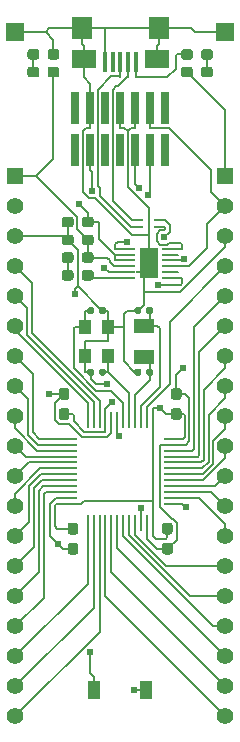
<source format=gtl>
G04 #@! TF.GenerationSoftware,KiCad,Pcbnew,(5.1.9-0-10_14)*
G04 #@! TF.CreationDate,2021-07-10T20:46:14+09:00*
G04 #@! TF.ProjectId,EB-STM32L4P5CG,45422d53-544d-4333-924c-34503543472e,V1.0*
G04 #@! TF.SameCoordinates,Original*
G04 #@! TF.FileFunction,Copper,L1,Top*
G04 #@! TF.FilePolarity,Positive*
%FSLAX46Y46*%
G04 Gerber Fmt 4.6, Leading zero omitted, Abs format (unit mm)*
G04 Created by KiCad (PCBNEW (5.1.9-0-10_14)) date 2021-07-10 20:46:14*
%MOMM*%
%LPD*%
G01*
G04 APERTURE LIST*
G04 #@! TA.AperFunction,SMDPad,CuDef*
%ADD10R,1.100000X1.250000*%
G04 #@! TD*
G04 #@! TA.AperFunction,SMDPad,CuDef*
%ADD11R,1.800000X1.200000*%
G04 #@! TD*
G04 #@! TA.AperFunction,SMDPad,CuDef*
%ADD12R,0.150000X1.400000*%
G04 #@! TD*
G04 #@! TA.AperFunction,SMDPad,CuDef*
%ADD13R,1.400000X0.150000*%
G04 #@! TD*
G04 #@! TA.AperFunction,SMDPad,CuDef*
%ADD14R,1.500000X2.500000*%
G04 #@! TD*
G04 #@! TA.AperFunction,SMDPad,CuDef*
%ADD15R,0.350000X0.150000*%
G04 #@! TD*
G04 #@! TA.AperFunction,SMDPad,CuDef*
%ADD16R,0.675000X0.200000*%
G04 #@! TD*
G04 #@! TA.AperFunction,SMDPad,CuDef*
%ADD17R,0.200000X0.700000*%
G04 #@! TD*
G04 #@! TA.AperFunction,ComponentPad*
%ADD18R,1.600000X1.600000*%
G04 #@! TD*
G04 #@! TA.AperFunction,SMDPad,CuDef*
%ADD19R,1.000000X1.600000*%
G04 #@! TD*
G04 #@! TA.AperFunction,ComponentPad*
%ADD20C,1.400000*%
G04 #@! TD*
G04 #@! TA.AperFunction,ComponentPad*
%ADD21R,1.400000X1.400000*%
G04 #@! TD*
G04 #@! TA.AperFunction,SMDPad,CuDef*
%ADD22R,0.650000X2.770000*%
G04 #@! TD*
G04 #@! TA.AperFunction,ComponentPad*
%ADD23R,1.800000X1.900000*%
G04 #@! TD*
G04 #@! TA.AperFunction,SMDPad,CuDef*
%ADD24R,2.100000X1.600000*%
G04 #@! TD*
G04 #@! TA.AperFunction,SMDPad,CuDef*
%ADD25R,0.300000X1.750000*%
G04 #@! TD*
G04 #@! TA.AperFunction,ViaPad*
%ADD26C,0.609600*%
G04 #@! TD*
G04 #@! TA.AperFunction,Conductor*
%ADD27C,0.203200*%
G04 #@! TD*
G04 APERTURE END LIST*
D10*
X-3000000Y-15250000D03*
X-3000000Y-12750000D03*
X-1000000Y-12750000D03*
X-1000000Y-15250000D03*
G04 #@! TA.AperFunction,SMDPad,CuDef*
G36*
G01*
X-2250000Y-3675000D02*
X-2250000Y-4125000D01*
G75*
G02*
X-2475000Y-4350000I-225000J0D01*
G01*
X-3025000Y-4350000D01*
G75*
G02*
X-3250000Y-4125000I0J225000D01*
G01*
X-3250000Y-3675000D01*
G75*
G02*
X-3025000Y-3450000I225000J0D01*
G01*
X-2475000Y-3450000D01*
G75*
G02*
X-2250000Y-3675000I0J-225000D01*
G01*
G37*
G04 #@! TD.AperFunction*
G04 #@! TA.AperFunction,SMDPad,CuDef*
G36*
G01*
X-3950000Y-3675000D02*
X-3950000Y-4125000D01*
G75*
G02*
X-4175000Y-4350000I-225000J0D01*
G01*
X-4725000Y-4350000D01*
G75*
G02*
X-4950000Y-4125000I0J225000D01*
G01*
X-4950000Y-3675000D01*
G75*
G02*
X-4725000Y-3450000I225000J0D01*
G01*
X-4175000Y-3450000D01*
G75*
G02*
X-3950000Y-3675000I0J-225000D01*
G01*
G37*
G04 #@! TD.AperFunction*
G04 #@! TA.AperFunction,SMDPad,CuDef*
G36*
G01*
X-2250000Y-5175000D02*
X-2250000Y-5625000D01*
G75*
G02*
X-2475000Y-5850000I-225000J0D01*
G01*
X-3025000Y-5850000D01*
G75*
G02*
X-3250000Y-5625000I0J225000D01*
G01*
X-3250000Y-5175000D01*
G75*
G02*
X-3025000Y-4950000I225000J0D01*
G01*
X-2475000Y-4950000D01*
G75*
G02*
X-2250000Y-5175000I0J-225000D01*
G01*
G37*
G04 #@! TD.AperFunction*
G04 #@! TA.AperFunction,SMDPad,CuDef*
G36*
G01*
X-3950000Y-5175000D02*
X-3950000Y-5625000D01*
G75*
G02*
X-4175000Y-5850000I-225000J0D01*
G01*
X-4725000Y-5850000D01*
G75*
G02*
X-4950000Y-5625000I0J225000D01*
G01*
X-4950000Y-5175000D01*
G75*
G02*
X-4725000Y-4950000I225000J0D01*
G01*
X-4175000Y-4950000D01*
G75*
G02*
X-3950000Y-5175000I0J-225000D01*
G01*
G37*
G04 #@! TD.AperFunction*
D11*
X2000000Y-12700000D03*
X2000000Y-15300000D03*
D12*
X2750000Y-20650000D03*
X2250000Y-20650000D03*
X1750000Y-20650000D03*
X1250000Y-20650000D03*
X750000Y-20650000D03*
X250000Y-20650000D03*
X-250000Y-20650000D03*
X-750000Y-20650000D03*
X-1250000Y-20650000D03*
X-1750000Y-20650000D03*
X-2250000Y-20650000D03*
X-2750000Y-20650000D03*
D13*
X-4350000Y-22250000D03*
X-4350000Y-22750000D03*
X-4350000Y-23250000D03*
X-4350000Y-23750000D03*
X-4350000Y-24250000D03*
X-4350000Y-24750000D03*
X-4350000Y-25250000D03*
X-4350000Y-25750000D03*
X-4350000Y-26250000D03*
X-4350000Y-26750000D03*
X-4350000Y-27250000D03*
X-4350000Y-27750000D03*
D12*
X-2750000Y-29350000D03*
X-2250000Y-29350000D03*
X-1750000Y-29350000D03*
X-1250000Y-29350000D03*
X-750000Y-29350000D03*
X-250000Y-29350000D03*
X250000Y-29350000D03*
X750000Y-29350000D03*
X1250000Y-29350000D03*
X1750000Y-29350000D03*
X2250000Y-29350000D03*
X2750000Y-29350000D03*
D13*
X4350000Y-27750000D03*
X4350000Y-27250000D03*
X4350000Y-26750000D03*
X4350000Y-26250000D03*
X4350000Y-25750000D03*
X4350000Y-25250000D03*
X4350000Y-24750000D03*
X4350000Y-24250000D03*
X4350000Y-23750000D03*
X4350000Y-23250000D03*
X4350000Y-22750000D03*
X4350000Y-22250000D03*
D14*
X2400000Y-7400000D03*
D13*
X4200000Y-6150000D03*
X4200000Y-6650000D03*
X4200000Y-7150000D03*
X4200000Y-7650000D03*
X4200000Y-8150000D03*
X4200000Y-8650000D03*
X600000Y-8650000D03*
X600000Y-8150000D03*
X600000Y-7650000D03*
X600000Y-7150000D03*
X600000Y-6650000D03*
X600000Y-6150000D03*
D15*
X1475000Y-8150000D03*
D16*
X1612500Y-4275000D03*
X1612500Y-3725000D03*
D17*
X2400000Y-3350000D03*
D16*
X3187500Y-3725000D03*
X3187500Y-4275000D03*
D17*
X2400000Y-4650000D03*
D18*
X8900000Y12200000D03*
X-8890000Y12200000D03*
D19*
X-2200000Y-43500000D03*
X2200000Y-43500000D03*
G04 #@! TA.AperFunction,SMDPad,CuDef*
G36*
G01*
X-2250000Y-6675000D02*
X-2250000Y-7125000D01*
G75*
G02*
X-2475000Y-7350000I-225000J0D01*
G01*
X-3025000Y-7350000D01*
G75*
G02*
X-3250000Y-7125000I0J225000D01*
G01*
X-3250000Y-6675000D01*
G75*
G02*
X-3025000Y-6450000I225000J0D01*
G01*
X-2475000Y-6450000D01*
G75*
G02*
X-2250000Y-6675000I0J-225000D01*
G01*
G37*
G04 #@! TD.AperFunction*
G04 #@! TA.AperFunction,SMDPad,CuDef*
G36*
G01*
X-3950000Y-6675000D02*
X-3950000Y-7125000D01*
G75*
G02*
X-4175000Y-7350000I-225000J0D01*
G01*
X-4725000Y-7350000D01*
G75*
G02*
X-4950000Y-7125000I0J225000D01*
G01*
X-4950000Y-6675000D01*
G75*
G02*
X-4725000Y-6450000I225000J0D01*
G01*
X-4175000Y-6450000D01*
G75*
G02*
X-3950000Y-6675000I0J-225000D01*
G01*
G37*
G04 #@! TD.AperFunction*
G04 #@! TA.AperFunction,SMDPad,CuDef*
G36*
G01*
X-7850000Y8575000D02*
X-7850000Y9025000D01*
G75*
G02*
X-7625000Y9250000I225000J0D01*
G01*
X-7075000Y9250000D01*
G75*
G02*
X-6850000Y9025000I0J-225000D01*
G01*
X-6850000Y8575000D01*
G75*
G02*
X-7075000Y8350000I-225000J0D01*
G01*
X-7625000Y8350000D01*
G75*
G02*
X-7850000Y8575000I0J225000D01*
G01*
G37*
G04 #@! TD.AperFunction*
G04 #@! TA.AperFunction,SMDPad,CuDef*
G36*
G01*
X-6150000Y8575000D02*
X-6150000Y9025000D01*
G75*
G02*
X-5925000Y9250000I225000J0D01*
G01*
X-5375000Y9250000D01*
G75*
G02*
X-5150000Y9025000I0J-225000D01*
G01*
X-5150000Y8575000D01*
G75*
G02*
X-5375000Y8350000I-225000J0D01*
G01*
X-5925000Y8350000D01*
G75*
G02*
X-6150000Y8575000I0J225000D01*
G01*
G37*
G04 #@! TD.AperFunction*
G04 #@! TA.AperFunction,SMDPad,CuDef*
G36*
G01*
X5150000Y8575000D02*
X5150000Y9025000D01*
G75*
G02*
X5375000Y9250000I225000J0D01*
G01*
X5925000Y9250000D01*
G75*
G02*
X6150000Y9025000I0J-225000D01*
G01*
X6150000Y8575000D01*
G75*
G02*
X5925000Y8350000I-225000J0D01*
G01*
X5375000Y8350000D01*
G75*
G02*
X5150000Y8575000I0J225000D01*
G01*
G37*
G04 #@! TD.AperFunction*
G04 #@! TA.AperFunction,SMDPad,CuDef*
G36*
G01*
X6850000Y8575000D02*
X6850000Y9025000D01*
G75*
G02*
X7075000Y9250000I225000J0D01*
G01*
X7625000Y9250000D01*
G75*
G02*
X7850000Y9025000I0J-225000D01*
G01*
X7850000Y8575000D01*
G75*
G02*
X7625000Y8350000I-225000J0D01*
G01*
X7075000Y8350000D01*
G75*
G02*
X6850000Y8575000I0J225000D01*
G01*
G37*
G04 #@! TD.AperFunction*
D20*
X8890000Y-45720000D03*
X8890000Y-43180000D03*
X8890000Y-40640000D03*
X8890000Y-38100000D03*
X8890000Y-35560000D03*
X8890000Y-33020000D03*
D21*
X8890000Y0D03*
D20*
X8890000Y-2540000D03*
X8890000Y-5080000D03*
X8890000Y-7620000D03*
X8890000Y-10160000D03*
X8890000Y-12700000D03*
X8890000Y-15240000D03*
X8890000Y-17780000D03*
X8890000Y-20320000D03*
X8890000Y-22860000D03*
X8890000Y-25400000D03*
X8890000Y-27940000D03*
X8890000Y-30480000D03*
X-8890000Y-45720000D03*
X-8890000Y-43180000D03*
X-8890000Y-40640000D03*
X-8890000Y-38100000D03*
X-8890000Y-35560000D03*
X-8890000Y-33020000D03*
D21*
X-8890000Y0D03*
D20*
X-8890000Y-2540000D03*
X-8890000Y-5080000D03*
X-8890000Y-7620000D03*
X-8890000Y-10160000D03*
X-8890000Y-12700000D03*
X-8890000Y-15240000D03*
X-8890000Y-17780000D03*
X-8890000Y-20320000D03*
X-8890000Y-22860000D03*
X-8890000Y-25400000D03*
X-8890000Y-27940000D03*
X-8890000Y-30480000D03*
D22*
X3810000Y5778000D03*
X3810000Y2222000D03*
X2540000Y5778000D03*
X2540000Y2222000D03*
X1270000Y5778000D03*
X1270000Y2222000D03*
X0Y5778000D03*
X0Y2222000D03*
X-1270000Y5778000D03*
X-1270000Y2222000D03*
X-2540000Y5778000D03*
X-2540000Y2222000D03*
X-3810000Y5778000D03*
X-3810000Y2222000D03*
D23*
X-3250000Y12500000D03*
X3250000Y12500000D03*
D24*
X-3100000Y9950000D03*
X3100000Y9950000D03*
D25*
X-1300000Y9625000D03*
X-650000Y9625000D03*
X0Y9625000D03*
X650000Y9625000D03*
X1300000Y9625000D03*
G04 #@! TA.AperFunction,SMDPad,CuDef*
G36*
G01*
X7850000Y10525000D02*
X7850000Y10075000D01*
G75*
G02*
X7625000Y9850000I-225000J0D01*
G01*
X7075000Y9850000D01*
G75*
G02*
X6850000Y10075000I0J225000D01*
G01*
X6850000Y10525000D01*
G75*
G02*
X7075000Y10750000I225000J0D01*
G01*
X7625000Y10750000D01*
G75*
G02*
X7850000Y10525000I0J-225000D01*
G01*
G37*
G04 #@! TD.AperFunction*
G04 #@! TA.AperFunction,SMDPad,CuDef*
G36*
G01*
X6150000Y10525000D02*
X6150000Y10075000D01*
G75*
G02*
X5925000Y9850000I-225000J0D01*
G01*
X5375000Y9850000D01*
G75*
G02*
X5150000Y10075000I0J225000D01*
G01*
X5150000Y10525000D01*
G75*
G02*
X5375000Y10750000I225000J0D01*
G01*
X5925000Y10750000D01*
G75*
G02*
X6150000Y10525000I0J-225000D01*
G01*
G37*
G04 #@! TD.AperFunction*
G04 #@! TA.AperFunction,SMDPad,CuDef*
G36*
G01*
X-2250000Y-8175000D02*
X-2250000Y-8625000D01*
G75*
G02*
X-2475000Y-8850000I-225000J0D01*
G01*
X-3025000Y-8850000D01*
G75*
G02*
X-3250000Y-8625000I0J225000D01*
G01*
X-3250000Y-8175000D01*
G75*
G02*
X-3025000Y-7950000I225000J0D01*
G01*
X-2475000Y-7950000D01*
G75*
G02*
X-2250000Y-8175000I0J-225000D01*
G01*
G37*
G04 #@! TD.AperFunction*
G04 #@! TA.AperFunction,SMDPad,CuDef*
G36*
G01*
X-3950000Y-8175000D02*
X-3950000Y-8625000D01*
G75*
G02*
X-4175000Y-8850000I-225000J0D01*
G01*
X-4725000Y-8850000D01*
G75*
G02*
X-4950000Y-8625000I0J225000D01*
G01*
X-4950000Y-8175000D01*
G75*
G02*
X-4725000Y-7950000I225000J0D01*
G01*
X-4175000Y-7950000D01*
G75*
G02*
X-3950000Y-8175000I0J-225000D01*
G01*
G37*
G04 #@! TD.AperFunction*
G04 #@! TA.AperFunction,SMDPad,CuDef*
G36*
G01*
X-5150000Y10525000D02*
X-5150000Y10075000D01*
G75*
G02*
X-5375000Y9850000I-225000J0D01*
G01*
X-5925000Y9850000D01*
G75*
G02*
X-6150000Y10075000I0J225000D01*
G01*
X-6150000Y10525000D01*
G75*
G02*
X-5925000Y10750000I225000J0D01*
G01*
X-5375000Y10750000D01*
G75*
G02*
X-5150000Y10525000I0J-225000D01*
G01*
G37*
G04 #@! TD.AperFunction*
G04 #@! TA.AperFunction,SMDPad,CuDef*
G36*
G01*
X-6850000Y10525000D02*
X-6850000Y10075000D01*
G75*
G02*
X-7075000Y9850000I-225000J0D01*
G01*
X-7625000Y9850000D01*
G75*
G02*
X-7850000Y10075000I0J225000D01*
G01*
X-7850000Y10525000D01*
G75*
G02*
X-7625000Y10750000I225000J0D01*
G01*
X-7075000Y10750000D01*
G75*
G02*
X-6850000Y10525000I0J-225000D01*
G01*
G37*
G04 #@! TD.AperFunction*
G04 #@! TA.AperFunction,SMDPad,CuDef*
G36*
G01*
X3775000Y-29350000D02*
X4225000Y-29350000D01*
G75*
G02*
X4450000Y-29575000I0J-225000D01*
G01*
X4450000Y-30125000D01*
G75*
G02*
X4225000Y-30350000I-225000J0D01*
G01*
X3775000Y-30350000D01*
G75*
G02*
X3550000Y-30125000I0J225000D01*
G01*
X3550000Y-29575000D01*
G75*
G02*
X3775000Y-29350000I225000J0D01*
G01*
G37*
G04 #@! TD.AperFunction*
G04 #@! TA.AperFunction,SMDPad,CuDef*
G36*
G01*
X3775000Y-31050000D02*
X4225000Y-31050000D01*
G75*
G02*
X4450000Y-31275000I0J-225000D01*
G01*
X4450000Y-31825000D01*
G75*
G02*
X4225000Y-32050000I-225000J0D01*
G01*
X3775000Y-32050000D01*
G75*
G02*
X3550000Y-31825000I0J225000D01*
G01*
X3550000Y-31275000D01*
G75*
G02*
X3775000Y-31050000I225000J0D01*
G01*
G37*
G04 #@! TD.AperFunction*
G04 #@! TA.AperFunction,SMDPad,CuDef*
G36*
G01*
X-4225000Y-29350000D02*
X-3775000Y-29350000D01*
G75*
G02*
X-3550000Y-29575000I0J-225000D01*
G01*
X-3550000Y-30125000D01*
G75*
G02*
X-3775000Y-30350000I-225000J0D01*
G01*
X-4225000Y-30350000D01*
G75*
G02*
X-4450000Y-30125000I0J225000D01*
G01*
X-4450000Y-29575000D01*
G75*
G02*
X-4225000Y-29350000I225000J0D01*
G01*
G37*
G04 #@! TD.AperFunction*
G04 #@! TA.AperFunction,SMDPad,CuDef*
G36*
G01*
X-4225000Y-31050000D02*
X-3775000Y-31050000D01*
G75*
G02*
X-3550000Y-31275000I0J-225000D01*
G01*
X-3550000Y-31825000D01*
G75*
G02*
X-3775000Y-32050000I-225000J0D01*
G01*
X-4225000Y-32050000D01*
G75*
G02*
X-4450000Y-31825000I0J225000D01*
G01*
X-4450000Y-31275000D01*
G75*
G02*
X-4225000Y-31050000I225000J0D01*
G01*
G37*
G04 #@! TD.AperFunction*
G04 #@! TA.AperFunction,SMDPad,CuDef*
G36*
G01*
X-4525000Y-20650000D02*
X-4975000Y-20650000D01*
G75*
G02*
X-5200000Y-20425000I0J225000D01*
G01*
X-5200000Y-19875000D01*
G75*
G02*
X-4975000Y-19650000I225000J0D01*
G01*
X-4525000Y-19650000D01*
G75*
G02*
X-4300000Y-19875000I0J-225000D01*
G01*
X-4300000Y-20425000D01*
G75*
G02*
X-4525000Y-20650000I-225000J0D01*
G01*
G37*
G04 #@! TD.AperFunction*
G04 #@! TA.AperFunction,SMDPad,CuDef*
G36*
G01*
X-4525000Y-18950000D02*
X-4975000Y-18950000D01*
G75*
G02*
X-5200000Y-18725000I0J225000D01*
G01*
X-5200000Y-18175000D01*
G75*
G02*
X-4975000Y-17950000I225000J0D01*
G01*
X-4525000Y-17950000D01*
G75*
G02*
X-4300000Y-18175000I0J-225000D01*
G01*
X-4300000Y-18725000D01*
G75*
G02*
X-4525000Y-18950000I-225000J0D01*
G01*
G37*
G04 #@! TD.AperFunction*
G04 #@! TA.AperFunction,SMDPad,CuDef*
G36*
G01*
X4975000Y-20650000D02*
X4525000Y-20650000D01*
G75*
G02*
X4300000Y-20425000I0J225000D01*
G01*
X4300000Y-19875000D01*
G75*
G02*
X4525000Y-19650000I225000J0D01*
G01*
X4975000Y-19650000D01*
G75*
G02*
X5200000Y-19875000I0J-225000D01*
G01*
X5200000Y-20425000D01*
G75*
G02*
X4975000Y-20650000I-225000J0D01*
G01*
G37*
G04 #@! TD.AperFunction*
G04 #@! TA.AperFunction,SMDPad,CuDef*
G36*
G01*
X4975000Y-18950000D02*
X4525000Y-18950000D01*
G75*
G02*
X4300000Y-18725000I0J225000D01*
G01*
X4300000Y-18175000D01*
G75*
G02*
X4525000Y-17950000I225000J0D01*
G01*
X4975000Y-17950000D01*
G75*
G02*
X5200000Y-18175000I0J-225000D01*
G01*
X5200000Y-18725000D01*
G75*
G02*
X4975000Y-18950000I-225000J0D01*
G01*
G37*
G04 #@! TD.AperFunction*
G04 #@! TA.AperFunction,SMDPad,CuDef*
G36*
G01*
X2800000Y-16450000D02*
X2800000Y-16750000D01*
G75*
G02*
X2650000Y-16900000I-150000J0D01*
G01*
X2350000Y-16900000D01*
G75*
G02*
X2200000Y-16750000I0J150000D01*
G01*
X2200000Y-16450000D01*
G75*
G02*
X2350000Y-16300000I150000J0D01*
G01*
X2650000Y-16300000D01*
G75*
G02*
X2800000Y-16450000I0J-150000D01*
G01*
G37*
G04 #@! TD.AperFunction*
G04 #@! TA.AperFunction,SMDPad,CuDef*
G36*
G01*
X1800000Y-16450000D02*
X1800000Y-16750000D01*
G75*
G02*
X1650000Y-16900000I-150000J0D01*
G01*
X1350000Y-16900000D01*
G75*
G02*
X1200000Y-16750000I0J150000D01*
G01*
X1200000Y-16450000D01*
G75*
G02*
X1350000Y-16300000I150000J0D01*
G01*
X1650000Y-16300000D01*
G75*
G02*
X1800000Y-16450000I0J-150000D01*
G01*
G37*
G04 #@! TD.AperFunction*
G04 #@! TA.AperFunction,SMDPad,CuDef*
G36*
G01*
X2800000Y-11240000D02*
X2800000Y-11540000D01*
G75*
G02*
X2650000Y-11690000I-150000J0D01*
G01*
X2350000Y-11690000D01*
G75*
G02*
X2200000Y-11540000I0J150000D01*
G01*
X2200000Y-11240000D01*
G75*
G02*
X2350000Y-11090000I150000J0D01*
G01*
X2650000Y-11090000D01*
G75*
G02*
X2800000Y-11240000I0J-150000D01*
G01*
G37*
G04 #@! TD.AperFunction*
G04 #@! TA.AperFunction,SMDPad,CuDef*
G36*
G01*
X1800000Y-11240000D02*
X1800000Y-11540000D01*
G75*
G02*
X1650000Y-11690000I-150000J0D01*
G01*
X1350000Y-11690000D01*
G75*
G02*
X1200000Y-11540000I0J150000D01*
G01*
X1200000Y-11240000D01*
G75*
G02*
X1350000Y-11090000I150000J0D01*
G01*
X1650000Y-11090000D01*
G75*
G02*
X1800000Y-11240000I0J-150000D01*
G01*
G37*
G04 #@! TD.AperFunction*
G04 #@! TA.AperFunction,SMDPad,CuDef*
G36*
G01*
X-2800000Y-11550000D02*
X-2800000Y-11250000D01*
G75*
G02*
X-2650000Y-11100000I150000J0D01*
G01*
X-2350000Y-11100000D01*
G75*
G02*
X-2200000Y-11250000I0J-150000D01*
G01*
X-2200000Y-11550000D01*
G75*
G02*
X-2350000Y-11700000I-150000J0D01*
G01*
X-2650000Y-11700000D01*
G75*
G02*
X-2800000Y-11550000I0J150000D01*
G01*
G37*
G04 #@! TD.AperFunction*
G04 #@! TA.AperFunction,SMDPad,CuDef*
G36*
G01*
X-1800000Y-11550000D02*
X-1800000Y-11250000D01*
G75*
G02*
X-1650000Y-11100000I150000J0D01*
G01*
X-1350000Y-11100000D01*
G75*
G02*
X-1200000Y-11250000I0J-150000D01*
G01*
X-1200000Y-11550000D01*
G75*
G02*
X-1350000Y-11700000I-150000J0D01*
G01*
X-1650000Y-11700000D01*
G75*
G02*
X-1800000Y-11550000I0J150000D01*
G01*
G37*
G04 #@! TD.AperFunction*
G04 #@! TA.AperFunction,SMDPad,CuDef*
G36*
G01*
X-1200000Y-16450000D02*
X-1200000Y-16750000D01*
G75*
G02*
X-1350000Y-16900000I-150000J0D01*
G01*
X-1650000Y-16900000D01*
G75*
G02*
X-1800000Y-16750000I0J150000D01*
G01*
X-1800000Y-16450000D01*
G75*
G02*
X-1650000Y-16300000I150000J0D01*
G01*
X-1350000Y-16300000D01*
G75*
G02*
X-1200000Y-16450000I0J-150000D01*
G01*
G37*
G04 #@! TD.AperFunction*
G04 #@! TA.AperFunction,SMDPad,CuDef*
G36*
G01*
X-2200000Y-16450000D02*
X-2200000Y-16750000D01*
G75*
G02*
X-2350000Y-16900000I-150000J0D01*
G01*
X-2650000Y-16900000D01*
G75*
G02*
X-2800000Y-16750000I0J150000D01*
G01*
X-2800000Y-16450000D01*
G75*
G02*
X-2650000Y-16300000I150000J0D01*
G01*
X-2350000Y-16300000D01*
G75*
G02*
X-2200000Y-16450000I0J-150000D01*
G01*
G37*
G04 #@! TD.AperFunction*
D26*
X1175600Y-43477900D03*
X-5287500Y-31112500D03*
X-6050000Y-18450000D03*
X-1100000Y-17590400D03*
X5350000Y-16250000D03*
X-1350000Y-7750700D03*
X-3850000Y-10000000D03*
X-3461100Y-2378000D03*
X-679900Y-19161100D03*
X3367800Y-19650000D03*
X1750000Y-28130500D03*
X2378200Y-1615800D03*
X5576200Y-28044000D03*
X1610000Y-1040200D03*
X-2347900Y-1277300D03*
X-2546400Y-40257700D03*
X-128600Y-22041800D03*
X5431700Y-7000000D03*
X3234500Y-9185100D03*
X600000Y-5557300D03*
X3700000Y-5200000D03*
D27*
X4200000Y-6650000D02*
X4900000Y-6650000D01*
X4200000Y-8150000D02*
X4900000Y-8150000D01*
X750000Y-20650000D02*
X750000Y-18400000D01*
X750000Y-18400000D02*
X-1050000Y-16600000D01*
X-1050000Y-16600000D02*
X-1000000Y-16550000D01*
X-1000000Y-16550000D02*
X-1000000Y-15250000D01*
X-1500000Y-16600000D02*
X-1050000Y-16600000D01*
X1270000Y5778000D02*
X1270000Y4087900D01*
X630100Y3772900D02*
X945100Y4087900D01*
X945100Y4087900D02*
X1270000Y4087900D01*
X630100Y3772900D02*
X315100Y4087900D01*
X315100Y4087900D02*
X0Y4087900D01*
X2400000Y-2694900D02*
X630100Y-925000D01*
X630100Y-925000D02*
X630100Y3772900D01*
X2400000Y-7400000D02*
X2400000Y-7705100D01*
X2400000Y-7705100D02*
X1955100Y-8150000D01*
X1999500Y-9800900D02*
X1999500Y-8194400D01*
X1999500Y-8194400D02*
X1955100Y-8150000D01*
X2400000Y-5305100D02*
X2400000Y-7400000D01*
X8890000Y-5179400D02*
X8890000Y-5080000D01*
X1500000Y-11390000D02*
X1999500Y-10890500D01*
X1999500Y-10890500D02*
X1999500Y-9800900D01*
X-2540000Y4087900D02*
X-2855100Y4087900D01*
X-2855100Y4087900D02*
X-3170100Y3772900D01*
X-3170100Y3772900D02*
X-3170100Y-1317600D01*
X-3170100Y-1317600D02*
X-2600500Y-1887200D01*
X-2600500Y-1887200D02*
X-2112400Y-1887200D01*
X-2112400Y-1887200D02*
X977900Y-4977500D01*
X977900Y-4977500D02*
X2400000Y-4977500D01*
X-2540000Y5778000D02*
X-2540000Y4087900D01*
X2400000Y-4977500D02*
X2400000Y-5305100D01*
X2400000Y-4650000D02*
X2400000Y-4977500D01*
X1175600Y-43477900D02*
X1372800Y-43477900D01*
X1372800Y-43477900D02*
X1394900Y-43500000D01*
X2200000Y-43500000D02*
X1394900Y-43500000D01*
X-5287500Y-31112500D02*
X-4850000Y-31550000D01*
X-4850000Y-31550000D02*
X-4000000Y-31550000D01*
X-4350000Y-27250000D02*
X-5474700Y-27250000D01*
X-5474700Y-27250000D02*
X-5956400Y-27731700D01*
X-5956400Y-27731700D02*
X-5956400Y-30443600D01*
X-5956400Y-30443600D02*
X-5287500Y-31112500D01*
X300000Y-12750000D02*
X300000Y-11700000D01*
X300000Y-11700000D02*
X610000Y-11390000D01*
X610000Y-11390000D02*
X1500000Y-11390000D01*
X0Y5778000D02*
X0Y4087900D01*
X2400000Y-3350000D02*
X2400000Y-2694900D01*
X2400000Y-4650000D02*
X2400000Y-3350000D01*
X-2540000Y5778000D02*
X-2540000Y7790000D01*
X-2540000Y7790000D02*
X-3100000Y8350000D01*
X-3100000Y8350000D02*
X-3100000Y9950000D01*
X4350000Y-22750000D02*
X3344900Y-22750000D01*
X3344900Y-22750000D02*
X3344900Y-28017200D01*
X3344900Y-28017200D02*
X4354900Y-29027200D01*
X4354900Y-29027200D02*
X4454600Y-29027200D01*
X4454600Y-29027200D02*
X4774300Y-29346900D01*
X4774300Y-29346900D02*
X4774300Y-30775700D01*
X4774300Y-30775700D02*
X4000000Y-31550000D01*
X4750000Y-18450000D02*
X5503200Y-18450000D01*
X5503200Y-18450000D02*
X5853200Y-18800000D01*
X5853200Y-18800000D02*
X5853200Y-22446900D01*
X5853200Y-22446900D02*
X5550000Y-22750000D01*
X5550000Y-22750000D02*
X4350000Y-22750000D01*
X-1300000Y9625000D02*
X-1300000Y12450000D01*
X-1300000Y12450000D02*
X-1250000Y12500000D01*
X-4450000Y-5080000D02*
X-4450000Y-3900000D01*
X-4450000Y-5400000D02*
X-4450000Y-5080000D01*
X-4450000Y-5080000D02*
X-8890000Y-5080000D01*
X2250000Y-29350000D02*
X2250000Y-30700000D01*
X2250000Y-30700000D02*
X3100000Y-31550000D01*
X3100000Y-31550000D02*
X4000000Y-31550000D01*
X-4450000Y-5400000D02*
X-3600000Y-6250000D01*
X-3600000Y-6250000D02*
X-3600000Y-9300000D01*
X-3600000Y-9300000D02*
X-1500000Y-11400000D01*
X-1000000Y-12750000D02*
X300000Y-12750000D01*
X-6050000Y-18450000D02*
X-4750000Y-18450000D01*
X-2500000Y-16600000D02*
X-2500000Y-17150000D01*
X-2500000Y-17150000D02*
X-2059600Y-17590400D01*
X-2059600Y-17590400D02*
X-1100000Y-17590400D01*
X1500000Y-16600000D02*
X1200000Y-16600000D01*
X1200000Y-16600000D02*
X300000Y-15700000D01*
X300000Y-15700000D02*
X300000Y-12750000D01*
X-1000000Y-12750000D02*
X-1000000Y-13950000D01*
X-1000000Y-13950000D02*
X-1050000Y-14000000D01*
X-1050000Y-14000000D02*
X-2950000Y-14000000D01*
X-2950000Y-14000000D02*
X-3000000Y-14050000D01*
X-3000000Y-14050000D02*
X-3000000Y-15250000D01*
X-1500000Y-11400000D02*
X-1050000Y-11400000D01*
X-1050000Y-11400000D02*
X-1000000Y-11450000D01*
X-1000000Y-11450000D02*
X-1000000Y-12750000D01*
X-2500000Y-16600000D02*
X-2950000Y-16600000D01*
X-2950000Y-16600000D02*
X-3000000Y-16550000D01*
X-3000000Y-16550000D02*
X-3000000Y-15250000D01*
X4750000Y-18450000D02*
X4750000Y-16850000D01*
X4750000Y-16850000D02*
X5350000Y-16250000D01*
X8900000Y12200000D02*
X6300000Y12200000D01*
X6300000Y12200000D02*
X6000000Y12500000D01*
X6000000Y12500000D02*
X3250000Y12500000D01*
X-5650000Y10300000D02*
X-5650000Y11550000D01*
X-5650000Y11550000D02*
X-6300000Y12200000D01*
X-6300000Y12200000D02*
X-6000000Y12500000D01*
X-6000000Y12500000D02*
X-3250000Y12500000D01*
X-8890000Y12200000D02*
X-6300000Y12200000D01*
X-3250000Y12500000D02*
X-1250000Y12500000D01*
X-1250000Y12500000D02*
X3250000Y12500000D01*
X3100000Y9950000D02*
X3100000Y11050000D01*
X3100000Y11050000D02*
X3250000Y11200000D01*
X3250000Y11200000D02*
X3250000Y12500000D01*
X-3100000Y9950000D02*
X-3100000Y11050000D01*
X-3100000Y11050000D02*
X-3250000Y11200000D01*
X-3250000Y11200000D02*
X-3250000Y12500000D01*
X-750000Y-20650000D02*
X-750000Y-21774800D01*
X-750000Y-21774800D02*
X-1081700Y-22106400D01*
X-1081700Y-22106400D02*
X-3192000Y-22106400D01*
X-3192000Y-22106400D02*
X-4343600Y-20954800D01*
X-4343600Y-20954800D02*
X-5194500Y-20954800D01*
X-5194500Y-20954800D02*
X-5504800Y-20644500D01*
X-5504800Y-20644500D02*
X-5504800Y-19204800D01*
X-5504800Y-19204800D02*
X-4750000Y-18450000D01*
X8890000Y-5984750D02*
X8890000Y-5080000D01*
X5073850Y-9800900D02*
X8890000Y-5984750D01*
X1999500Y-9800900D02*
X5073850Y-9800900D01*
X-950700Y-8150000D02*
X-1350000Y-7750700D01*
X600000Y-8150000D02*
X-950700Y-8150000D01*
X-3850000Y-9550000D02*
X-3600000Y-9300000D01*
X-3850000Y-10000000D02*
X-3850000Y-9550000D01*
X250000Y-20650000D02*
X250000Y-19650000D01*
X250000Y-19650000D02*
X245200Y-19645200D01*
X245200Y-19645200D02*
X245200Y-19195200D01*
X245200Y-19195200D02*
X-750000Y-18200000D01*
X-750000Y-18200000D02*
X-2026500Y-18200000D01*
X-2026500Y-18200000D02*
X-3950000Y-16276500D01*
X-3950000Y-16276500D02*
X-3950000Y-12850000D01*
X-3950000Y-12850000D02*
X-3850000Y-12750000D01*
X-3850000Y-12750000D02*
X-3000000Y-12750000D01*
X-2500000Y-11400000D02*
X-2950000Y-11400000D01*
X-2950000Y-11400000D02*
X-3000000Y-11450000D01*
X-3000000Y-11450000D02*
X-3000000Y-12750000D01*
X2000000Y-12700000D02*
X3150000Y-12700000D01*
X3150000Y-12700000D02*
X3350000Y-12900000D01*
X3350000Y-12900000D02*
X3350000Y-17900500D01*
X3350000Y-17900500D02*
X1750000Y-19500500D01*
X1750000Y-19500500D02*
X1750000Y-20650000D01*
X2500000Y-11390000D02*
X2500000Y-12200000D01*
X2500000Y-12200000D02*
X2000000Y-12700000D01*
X1250000Y-20650000D02*
X1250000Y-18550000D01*
X1250000Y-18550000D02*
X2500000Y-17300000D01*
X2500000Y-17300000D02*
X2500000Y-16600000D01*
X2500000Y-16600000D02*
X2500000Y-15800000D01*
X2500000Y-15800000D02*
X2000000Y-15300000D01*
X-3461100Y-2378000D02*
X-2750000Y-3089100D01*
X-2750000Y-3089100D02*
X-2750000Y-3900000D01*
X-1250000Y-20650000D02*
X-1250000Y-19644900D01*
X-679900Y-19161100D02*
X-1163700Y-19644900D01*
X-1163700Y-19644900D02*
X-1250000Y-19644900D01*
X7346200Y-6089300D02*
X7346200Y-4083800D01*
X7346200Y-4083800D02*
X8890000Y-2540000D01*
X2540000Y4087900D02*
X4161900Y4087900D01*
X4161900Y4087900D02*
X7721800Y528000D01*
X7721800Y528000D02*
X7721800Y-1371800D01*
X7721800Y-1371800D02*
X8890000Y-2540000D01*
X2750000Y-27509400D02*
X2750000Y-20650000D01*
X2750000Y-28344900D02*
X2750000Y-27509400D01*
X2750000Y-27509400D02*
X-3104300Y-27509400D01*
X-3104300Y-27509400D02*
X-3344900Y-27750000D01*
X3367800Y-19650000D02*
X3400000Y-19650000D01*
X3400000Y-19650000D02*
X3900000Y-20150000D01*
X3900000Y-20150000D02*
X4750000Y-20150000D01*
X2750000Y-20650000D02*
X2750000Y-19650000D01*
X2750000Y-19650000D02*
X3367800Y-19650000D01*
X-4350000Y-27750000D02*
X-3344900Y-27750000D01*
X-4000000Y-29850000D02*
X-5350000Y-29850000D01*
X-5350000Y-29850000D02*
X-5550000Y-29650000D01*
X-5550000Y-29650000D02*
X-5550000Y-27900000D01*
X-5550000Y-27900000D02*
X-5400000Y-27750000D01*
X-5400000Y-27750000D02*
X-4350000Y-27750000D01*
X2750000Y-29350000D02*
X2750000Y-28344900D01*
X2540000Y5778000D02*
X2540000Y4087900D01*
X-1250000Y-20650000D02*
X-1250000Y-21700000D01*
X-1250000Y-21700000D02*
X-3023600Y-21700000D01*
X-3023600Y-21700000D02*
X-3950000Y-20773600D01*
X-3950000Y-20773600D02*
X-3950000Y-20250000D01*
X-3950000Y-20250000D02*
X-4050000Y-20150000D01*
X-4050000Y-20150000D02*
X-4750000Y-20150000D01*
X4750000Y-20150000D02*
X5346700Y-20150000D01*
X5346700Y-20150000D02*
X5446700Y-20250000D01*
X5446700Y-20250000D02*
X5446700Y-22103300D01*
X5446700Y-22103300D02*
X5300000Y-22250000D01*
X5300000Y-22250000D02*
X4350000Y-22250000D01*
X4000000Y-29850000D02*
X4000000Y-30550000D01*
X4000000Y-30550000D02*
X3850000Y-30700000D01*
X3850000Y-30700000D02*
X3000000Y-30700000D01*
X3000000Y-30700000D02*
X2750000Y-30450000D01*
X2750000Y-30450000D02*
X2750000Y-29350000D01*
X5785500Y-7650000D02*
X7346200Y-6089300D01*
X4200000Y-7650000D02*
X5785500Y-7650000D01*
X-1900000Y-3900000D02*
X-2750000Y-3900000D01*
X-1800000Y-4000000D02*
X-1900000Y-3900000D01*
X-1800000Y-5324750D02*
X-1800000Y-4000000D01*
X-474750Y-6650000D02*
X-1800000Y-5324750D01*
X600000Y-6650000D02*
X-474750Y-6650000D01*
X600000Y-7150000D02*
X-450000Y-7150000D01*
X-450000Y-6674750D02*
X-474750Y-6650000D01*
X-450000Y-7150000D02*
X-450000Y-6674750D01*
X-7350000Y10300000D02*
X-7350000Y8800000D01*
X-2750000Y-8400000D02*
X-2500000Y-8650000D01*
X-2500000Y-8650000D02*
X600000Y-8650000D01*
X-4450000Y-8400000D02*
X-4450000Y-6900000D01*
X7350000Y10300000D02*
X7350000Y8800000D01*
X1300000Y9625000D02*
X1300000Y8400000D01*
X1300000Y8400000D02*
X4000700Y8400000D01*
X4000700Y8400000D02*
X4700000Y9099300D01*
X4700000Y9099300D02*
X4700000Y10200000D01*
X4700000Y10200000D02*
X4800000Y10300000D01*
X4800000Y10300000D02*
X5650000Y10300000D01*
X1612500Y-4275000D02*
X881800Y-4275000D01*
X881800Y-4275000D02*
X-1738000Y-1655200D01*
X-1738000Y-1655200D02*
X-1738000Y-1024600D01*
X-1738000Y-1024600D02*
X-1900100Y-862500D01*
X-1900100Y-862500D02*
X-1900100Y7289400D01*
X-1900100Y7289400D02*
X-758400Y8431100D01*
X-758400Y8431100D02*
X0Y8431100D01*
X0Y8431100D02*
X0Y8400000D01*
X0Y9625000D02*
X0Y8431100D01*
X969900Y-3725000D02*
X-630200Y-2124900D01*
X-630200Y-2124900D02*
X-630200Y7297000D01*
X-630200Y7297000D02*
X-323100Y7604100D01*
X-323100Y7604100D02*
X-220600Y7604100D01*
X-220600Y7604100D02*
X650000Y8474700D01*
X1612500Y-3725000D02*
X969900Y-3725000D01*
X650000Y8474700D02*
X650000Y8400000D01*
X650000Y9625000D02*
X650000Y8474700D01*
X2378200Y-1615800D02*
X2540000Y-1454000D01*
X2540000Y-1454000D02*
X2540000Y531900D01*
X2540000Y2222000D02*
X2540000Y531900D01*
X1750000Y-28344900D02*
X1750000Y-28130500D01*
X1750000Y-29350000D02*
X1750000Y-28344900D01*
X1270000Y531900D02*
X1270000Y-700200D01*
X1270000Y-700200D02*
X1610000Y-1040200D01*
X1270000Y2222000D02*
X1270000Y531900D01*
X5576200Y-28044000D02*
X5355100Y-27822900D01*
X5355100Y-27822900D02*
X5355100Y-27750000D01*
X4350000Y-27750000D02*
X5355100Y-27750000D01*
X-2540000Y2222000D02*
X-2540000Y531900D01*
X-2540000Y531900D02*
X-2347900Y339800D01*
X-2347900Y339800D02*
X-2347900Y-1277300D01*
X-2200000Y-43500000D02*
X-2200000Y-42394900D01*
X-2200000Y-42394900D02*
X-2546400Y-42048500D01*
X-2546400Y-42048500D02*
X-2546400Y-40257700D01*
X-128600Y-22041800D02*
X-250000Y-21920400D01*
X-250000Y-21920400D02*
X-250000Y-20650000D01*
X-1750000Y-29350000D02*
X-1750000Y-38580000D01*
X-1750000Y-38580000D02*
X-8890000Y-45720000D01*
X-2250000Y-29350000D02*
X-2250000Y-36540000D01*
X-2250000Y-36540000D02*
X-8890000Y-43180000D01*
X-2750000Y-29350000D02*
X-2750000Y-34500000D01*
X-2750000Y-34500000D02*
X-8890000Y-40640000D01*
X-4350000Y-26750000D02*
X-6300000Y-26750000D01*
X-6300000Y-26750000D02*
X-6480800Y-26930800D01*
X-6480800Y-26930800D02*
X-6480800Y-35690800D01*
X-6480800Y-35690800D02*
X-8890000Y-38100000D01*
X-4350000Y-26250000D02*
X-6500000Y-26250000D01*
X-6500000Y-26250000D02*
X-6887200Y-26637200D01*
X-6887200Y-26637200D02*
X-6887200Y-33557200D01*
X-6887200Y-33557200D02*
X-8890000Y-35560000D01*
X-4350000Y-25750000D02*
X-6603400Y-25750000D01*
X-6603400Y-25750000D02*
X-7293600Y-26440200D01*
X-7293600Y-26440200D02*
X-7293600Y-31423600D01*
X-7293600Y-31423600D02*
X-8890000Y-33020000D01*
X-2750000Y-6900000D02*
X-2750000Y-5400000D01*
X-7093100Y0D02*
X-3643900Y-3449200D01*
X-3643900Y-3449200D02*
X-3643900Y-4506100D01*
X-3643900Y-4506100D02*
X-2750000Y-5400000D01*
X-8890000Y0D02*
X-7093100Y0D01*
X-5650000Y8800000D02*
X-5650000Y1443100D01*
X-5650000Y1443100D02*
X-7093100Y0D01*
X8890000Y0D02*
X8890000Y5560000D01*
X8890000Y5560000D02*
X5650000Y8800000D01*
X-2750000Y-6900000D02*
X-1100000Y-6900000D01*
X-524750Y-7650000D02*
X-856410Y-7318340D01*
X600000Y-7650000D02*
X-524750Y-7650000D01*
X-856410Y-7143590D02*
X-1100000Y-6900000D01*
X-856410Y-7318340D02*
X-856410Y-7143590D01*
X-1750000Y-20650000D02*
X-1750000Y-19051200D01*
X-1750000Y-19051200D02*
X-7478800Y-13322400D01*
X-7478800Y-13322400D02*
X-7478800Y-9031200D01*
X-7478800Y-9031200D02*
X-8890000Y-7620000D01*
X-2250000Y-20650000D02*
X-2250000Y-19126000D01*
X-2250000Y-19126000D02*
X-7885200Y-13490800D01*
X-7885200Y-13490800D02*
X-7885200Y-11164800D01*
X-7885200Y-11164800D02*
X-8890000Y-10160000D01*
X5205100Y-7150000D02*
X5214000Y-7141100D01*
X5214000Y-7141100D02*
X5431700Y-7141100D01*
X4200000Y-7150000D02*
X5205100Y-7150000D01*
X-2750000Y-20650000D02*
X-2750000Y-19200700D01*
X-2750000Y-19200700D02*
X-8890000Y-13060700D01*
X-8890000Y-13060700D02*
X-8890000Y-12700000D01*
X-4350000Y-22250000D02*
X-6850000Y-22250000D01*
X-6850000Y-22250000D02*
X-7393600Y-21706400D01*
X-7393600Y-21706400D02*
X-7393600Y-16736400D01*
X-7393600Y-16736400D02*
X-8890000Y-15240000D01*
X4200000Y-8650000D02*
X5250000Y-8650000D01*
X5250000Y-8650000D02*
X5250000Y-9050000D01*
X5114900Y-9185100D02*
X3234500Y-9185100D01*
X5250000Y-9050000D02*
X5114900Y-9185100D01*
X-4350000Y-22750000D02*
X-6938100Y-22750000D01*
X-6938100Y-22750000D02*
X-7800000Y-21888100D01*
X-7800000Y-21888100D02*
X-7800000Y-18870000D01*
X-7800000Y-18870000D02*
X-8890000Y-17780000D01*
X-4350000Y-23250000D02*
X-7012900Y-23250000D01*
X-7012900Y-23250000D02*
X-8890000Y-21372900D01*
X-8890000Y-21372900D02*
X-8890000Y-20320000D01*
X-4350000Y-23750000D02*
X-8000000Y-23750000D01*
X-8000000Y-23750000D02*
X-8890000Y-22860000D01*
X-4350000Y-24250000D02*
X-7740000Y-24250000D01*
X-7740000Y-24250000D02*
X-8890000Y-25400000D01*
X-4350000Y-24750000D02*
X-6752900Y-24750000D01*
X-6752900Y-24750000D02*
X-8890000Y-26887100D01*
X-8890000Y-26887100D02*
X-8890000Y-27940000D01*
X-4350000Y-25250000D02*
X-6678100Y-25250000D01*
X-6678100Y-25250000D02*
X-7700000Y-26271900D01*
X-7700000Y-26271900D02*
X-7700000Y-29290000D01*
X-7700000Y-29290000D02*
X-8890000Y-30480000D01*
X8890000Y-45720000D02*
X-1250000Y-35580000D01*
X-1250000Y-35580000D02*
X-1250000Y-29350000D01*
X-750000Y-29350000D02*
X-750000Y-33540000D01*
X-750000Y-33540000D02*
X8890000Y-43180000D01*
X-250000Y-29350000D02*
X-250000Y-31500000D01*
X-250000Y-31500000D02*
X8890000Y-40640000D01*
X250000Y-29350000D02*
X250000Y-30499500D01*
X250000Y-30499500D02*
X7850500Y-38100000D01*
X7850500Y-38100000D02*
X8890000Y-38100000D01*
X750000Y-29350000D02*
X750000Y-30424800D01*
X750000Y-30424800D02*
X5885300Y-35560000D01*
X5885300Y-35560000D02*
X8890000Y-35560000D01*
X1250000Y-29350000D02*
X1250000Y-30350000D01*
X1250000Y-30350000D02*
X3920000Y-33020000D01*
X3920000Y-33020000D02*
X8890000Y-33020000D01*
X2250000Y-20650000D02*
X2250000Y-19575200D01*
X2250000Y-19575200D02*
X4180100Y-17645200D01*
X4180100Y-17645200D02*
X4180100Y-12329900D01*
X4180100Y-12329900D02*
X8890000Y-7620000D01*
X4350000Y-23250000D02*
X6100000Y-23250000D01*
X6100000Y-23250000D02*
X6259600Y-23090400D01*
X6259600Y-23090400D02*
X6259600Y-12790400D01*
X6259600Y-12790400D02*
X8890000Y-10160000D01*
X4350000Y-23750000D02*
X6550000Y-23750000D01*
X6550000Y-23750000D02*
X6666000Y-23634000D01*
X6666000Y-23634000D02*
X6666000Y-14924000D01*
X6666000Y-14924000D02*
X8890000Y-12700000D01*
X4350000Y-24250000D02*
X6825300Y-24250000D01*
X6825300Y-24250000D02*
X7072400Y-24002900D01*
X7072400Y-24002900D02*
X7072400Y-18110500D01*
X7072400Y-18110500D02*
X8890000Y-16292900D01*
X8890000Y-16292900D02*
X8890000Y-15240000D01*
X4350000Y-24750000D02*
X6900000Y-24750000D01*
X6900000Y-24750000D02*
X7478800Y-24171200D01*
X7478800Y-24171200D02*
X7478800Y-20244100D01*
X7478800Y-20244100D02*
X8890000Y-18832900D01*
X8890000Y-18832900D02*
X8890000Y-17780000D01*
X4350000Y-25250000D02*
X6978100Y-25250000D01*
X6978100Y-25250000D02*
X7885200Y-24342900D01*
X7885200Y-24342900D02*
X7885200Y-22414800D01*
X7885200Y-22414800D02*
X8890000Y-21410000D01*
X8890000Y-21410000D02*
X8890000Y-20320000D01*
X4350000Y-25750000D02*
X7052900Y-25750000D01*
X7052900Y-25750000D02*
X8890000Y-23912900D01*
X8890000Y-23912900D02*
X8890000Y-22860000D01*
X4350000Y-26250000D02*
X8040000Y-26250000D01*
X8040000Y-26250000D02*
X8890000Y-25400000D01*
X4350000Y-26750000D02*
X7700000Y-26750000D01*
X7700000Y-26750000D02*
X8890000Y-27940000D01*
X4350000Y-27250000D02*
X6712900Y-27250000D01*
X6712900Y-27250000D02*
X8890000Y-29427100D01*
X8890000Y-29427100D02*
X8890000Y-30480000D01*
X4181410Y-4718590D02*
X3700000Y-5200000D01*
X4181410Y-4106660D02*
X4181410Y-4718590D01*
X3799750Y-3725000D02*
X4181410Y-4106660D01*
X3187500Y-3725000D02*
X3799750Y-3725000D01*
X600000Y-6150000D02*
X-400000Y-6150000D01*
X-400000Y-6150000D02*
X-400000Y-5750000D01*
X-207300Y-5557300D02*
X600000Y-5557300D01*
X-400000Y-5750000D02*
X-207300Y-5557300D01*
X4200000Y-6150000D02*
X5250000Y-6150000D01*
X5250000Y-6150000D02*
X5250000Y-5800000D01*
X5250000Y-5800000D02*
X5138401Y-5688401D01*
X3187500Y-4275000D02*
X3775000Y-4275000D01*
X3407391Y-5809601D02*
X3090399Y-5492609D01*
X3992609Y-5809601D02*
X3407391Y-5809601D01*
X4113809Y-5688401D02*
X3992609Y-5809601D01*
X3090399Y-5492609D02*
X3090399Y-4907391D01*
X3090399Y-4907391D02*
X3407391Y-4590399D01*
X5138401Y-5688401D02*
X4113809Y-5688401D01*
X3407391Y-4590399D02*
X3709601Y-4590399D01*
X3775000Y-4525000D02*
X3775000Y-4275000D01*
X3709601Y-4590399D02*
X3775000Y-4525000D01*
M02*

</source>
